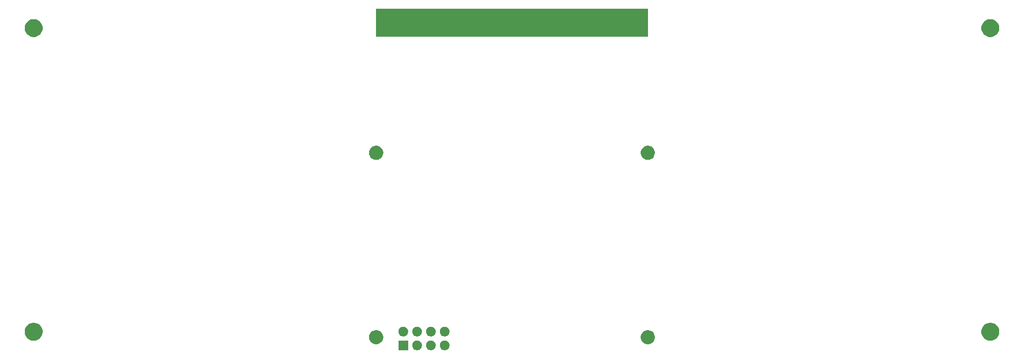
<source format=gbr>
G04 #@! TF.GenerationSoftware,KiCad,Pcbnew,(5.1.5-0-10_14)*
G04 #@! TF.CreationDate,2020-04-22T23:35:31+01:00*
G04 #@! TF.ProjectId,Display,44697370-6c61-4792-9e6b-696361645f70,rev?*
G04 #@! TF.SameCoordinates,Original*
G04 #@! TF.FileFunction,Soldermask,Bot*
G04 #@! TF.FilePolarity,Negative*
%FSLAX46Y46*%
G04 Gerber Fmt 4.6, Leading zero omitted, Abs format (unit mm)*
G04 Created by KiCad (PCBNEW (5.1.5-0-10_14)) date 2020-04-22 23:35:31*
%MOMM*%
%LPD*%
G04 APERTURE LIST*
%ADD10C,0.100000*%
G04 APERTURE END LIST*
D10*
G36*
X107733512Y-89603927D02*
G01*
X107882812Y-89633624D01*
X108046784Y-89701544D01*
X108194354Y-89800147D01*
X108319853Y-89925646D01*
X108418456Y-90073216D01*
X108486376Y-90237188D01*
X108521000Y-90411259D01*
X108521000Y-90588741D01*
X108486376Y-90762812D01*
X108418456Y-90926784D01*
X108319853Y-91074354D01*
X108194354Y-91199853D01*
X108046784Y-91298456D01*
X107882812Y-91366376D01*
X107733512Y-91396073D01*
X107708742Y-91401000D01*
X107531258Y-91401000D01*
X107506488Y-91396073D01*
X107357188Y-91366376D01*
X107193216Y-91298456D01*
X107045646Y-91199853D01*
X106920147Y-91074354D01*
X106821544Y-90926784D01*
X106753624Y-90762812D01*
X106719000Y-90588741D01*
X106719000Y-90411259D01*
X106753624Y-90237188D01*
X106821544Y-90073216D01*
X106920147Y-89925646D01*
X107045646Y-89800147D01*
X107193216Y-89701544D01*
X107357188Y-89633624D01*
X107506488Y-89603927D01*
X107531258Y-89599000D01*
X107708742Y-89599000D01*
X107733512Y-89603927D01*
G37*
G36*
X105193512Y-89603927D02*
G01*
X105342812Y-89633624D01*
X105506784Y-89701544D01*
X105654354Y-89800147D01*
X105779853Y-89925646D01*
X105878456Y-90073216D01*
X105946376Y-90237188D01*
X105981000Y-90411259D01*
X105981000Y-90588741D01*
X105946376Y-90762812D01*
X105878456Y-90926784D01*
X105779853Y-91074354D01*
X105654354Y-91199853D01*
X105506784Y-91298456D01*
X105342812Y-91366376D01*
X105193512Y-91396073D01*
X105168742Y-91401000D01*
X104991258Y-91401000D01*
X104966488Y-91396073D01*
X104817188Y-91366376D01*
X104653216Y-91298456D01*
X104505646Y-91199853D01*
X104380147Y-91074354D01*
X104281544Y-90926784D01*
X104213624Y-90762812D01*
X104179000Y-90588741D01*
X104179000Y-90411259D01*
X104213624Y-90237188D01*
X104281544Y-90073216D01*
X104380147Y-89925646D01*
X104505646Y-89800147D01*
X104653216Y-89701544D01*
X104817188Y-89633624D01*
X104966488Y-89603927D01*
X104991258Y-89599000D01*
X105168742Y-89599000D01*
X105193512Y-89603927D01*
G37*
G36*
X102653512Y-89603927D02*
G01*
X102802812Y-89633624D01*
X102966784Y-89701544D01*
X103114354Y-89800147D01*
X103239853Y-89925646D01*
X103338456Y-90073216D01*
X103406376Y-90237188D01*
X103441000Y-90411259D01*
X103441000Y-90588741D01*
X103406376Y-90762812D01*
X103338456Y-90926784D01*
X103239853Y-91074354D01*
X103114354Y-91199853D01*
X102966784Y-91298456D01*
X102802812Y-91366376D01*
X102653512Y-91396073D01*
X102628742Y-91401000D01*
X102451258Y-91401000D01*
X102426488Y-91396073D01*
X102277188Y-91366376D01*
X102113216Y-91298456D01*
X101965646Y-91199853D01*
X101840147Y-91074354D01*
X101741544Y-90926784D01*
X101673624Y-90762812D01*
X101639000Y-90588741D01*
X101639000Y-90411259D01*
X101673624Y-90237188D01*
X101741544Y-90073216D01*
X101840147Y-89925646D01*
X101965646Y-89800147D01*
X102113216Y-89701544D01*
X102277188Y-89633624D01*
X102426488Y-89603927D01*
X102451258Y-89599000D01*
X102628742Y-89599000D01*
X102653512Y-89603927D01*
G37*
G36*
X100901000Y-91401000D02*
G01*
X99099000Y-91401000D01*
X99099000Y-89599000D01*
X100901000Y-89599000D01*
X100901000Y-91401000D01*
G37*
G36*
X145379487Y-87748996D02*
G01*
X145616253Y-87847068D01*
X145616255Y-87847069D01*
X145652456Y-87871258D01*
X145829339Y-87989447D01*
X146010553Y-88170661D01*
X146152932Y-88383747D01*
X146251004Y-88620513D01*
X146301000Y-88871861D01*
X146301000Y-89128139D01*
X146251004Y-89379487D01*
X146216371Y-89463097D01*
X146152931Y-89616255D01*
X146010553Y-89829339D01*
X145829339Y-90010553D01*
X145616255Y-90152931D01*
X145616254Y-90152932D01*
X145616253Y-90152932D01*
X145379487Y-90251004D01*
X145128139Y-90301000D01*
X144871861Y-90301000D01*
X144620513Y-90251004D01*
X144383747Y-90152932D01*
X144383746Y-90152932D01*
X144383745Y-90152931D01*
X144170661Y-90010553D01*
X143989447Y-89829339D01*
X143847069Y-89616255D01*
X143783629Y-89463097D01*
X143748996Y-89379487D01*
X143699000Y-89128139D01*
X143699000Y-88871861D01*
X143748996Y-88620513D01*
X143847068Y-88383747D01*
X143989447Y-88170661D01*
X144170661Y-87989447D01*
X144347544Y-87871258D01*
X144383745Y-87847069D01*
X144383747Y-87847068D01*
X144620513Y-87748996D01*
X144871861Y-87699000D01*
X145128139Y-87699000D01*
X145379487Y-87748996D01*
G37*
G36*
X95379487Y-87748996D02*
G01*
X95616253Y-87847068D01*
X95616255Y-87847069D01*
X95652456Y-87871258D01*
X95829339Y-87989447D01*
X96010553Y-88170661D01*
X96152932Y-88383747D01*
X96251004Y-88620513D01*
X96301000Y-88871861D01*
X96301000Y-89128139D01*
X96251004Y-89379487D01*
X96216371Y-89463097D01*
X96152931Y-89616255D01*
X96010553Y-89829339D01*
X95829339Y-90010553D01*
X95616255Y-90152931D01*
X95616254Y-90152932D01*
X95616253Y-90152932D01*
X95379487Y-90251004D01*
X95128139Y-90301000D01*
X94871861Y-90301000D01*
X94620513Y-90251004D01*
X94383747Y-90152932D01*
X94383746Y-90152932D01*
X94383745Y-90152931D01*
X94170661Y-90010553D01*
X93989447Y-89829339D01*
X93847069Y-89616255D01*
X93783629Y-89463097D01*
X93748996Y-89379487D01*
X93699000Y-89128139D01*
X93699000Y-88871861D01*
X93748996Y-88620513D01*
X93847068Y-88383747D01*
X93989447Y-88170661D01*
X94170661Y-87989447D01*
X94347544Y-87871258D01*
X94383745Y-87847069D01*
X94383747Y-87847068D01*
X94620513Y-87748996D01*
X94871861Y-87699000D01*
X95128139Y-87699000D01*
X95379487Y-87748996D01*
G37*
G36*
X32375256Y-86391298D02*
G01*
X32481579Y-86412447D01*
X32782042Y-86536903D01*
X33052451Y-86717585D01*
X33282415Y-86947549D01*
X33282416Y-86947551D01*
X33463098Y-87217960D01*
X33587553Y-87518422D01*
X33651000Y-87837389D01*
X33651000Y-88162611D01*
X33639025Y-88222811D01*
X33587553Y-88481579D01*
X33463097Y-88782042D01*
X33282415Y-89052451D01*
X33052451Y-89282415D01*
X32782042Y-89463097D01*
X32481579Y-89587553D01*
X32424031Y-89599000D01*
X32162611Y-89651000D01*
X31837389Y-89651000D01*
X31575969Y-89599000D01*
X31518421Y-89587553D01*
X31217958Y-89463097D01*
X30947549Y-89282415D01*
X30717585Y-89052451D01*
X30536903Y-88782042D01*
X30412447Y-88481579D01*
X30360975Y-88222811D01*
X30349000Y-88162611D01*
X30349000Y-87837389D01*
X30412447Y-87518422D01*
X30536902Y-87217960D01*
X30717584Y-86947551D01*
X30717585Y-86947549D01*
X30947549Y-86717585D01*
X31217958Y-86536903D01*
X31518421Y-86412447D01*
X31624744Y-86391298D01*
X31837389Y-86349000D01*
X32162611Y-86349000D01*
X32375256Y-86391298D01*
G37*
G36*
X208375256Y-86391298D02*
G01*
X208481579Y-86412447D01*
X208782042Y-86536903D01*
X209052451Y-86717585D01*
X209282415Y-86947549D01*
X209282416Y-86947551D01*
X209463098Y-87217960D01*
X209587553Y-87518422D01*
X209651000Y-87837389D01*
X209651000Y-88162611D01*
X209639025Y-88222811D01*
X209587553Y-88481579D01*
X209463097Y-88782042D01*
X209282415Y-89052451D01*
X209052451Y-89282415D01*
X208782042Y-89463097D01*
X208481579Y-89587553D01*
X208424031Y-89599000D01*
X208162611Y-89651000D01*
X207837389Y-89651000D01*
X207575969Y-89599000D01*
X207518421Y-89587553D01*
X207217958Y-89463097D01*
X206947549Y-89282415D01*
X206717585Y-89052451D01*
X206536903Y-88782042D01*
X206412447Y-88481579D01*
X206360975Y-88222811D01*
X206349000Y-88162611D01*
X206349000Y-87837389D01*
X206412447Y-87518422D01*
X206536902Y-87217960D01*
X206717584Y-86947551D01*
X206717585Y-86947549D01*
X206947549Y-86717585D01*
X207217958Y-86536903D01*
X207518421Y-86412447D01*
X207624744Y-86391298D01*
X207837389Y-86349000D01*
X208162611Y-86349000D01*
X208375256Y-86391298D01*
G37*
G36*
X107733512Y-87063927D02*
G01*
X107882812Y-87093624D01*
X108046784Y-87161544D01*
X108194354Y-87260147D01*
X108319853Y-87385646D01*
X108418456Y-87533216D01*
X108486376Y-87697188D01*
X108521000Y-87871259D01*
X108521000Y-88048741D01*
X108486376Y-88222812D01*
X108418456Y-88386784D01*
X108319853Y-88534354D01*
X108194354Y-88659853D01*
X108046784Y-88758456D01*
X107882812Y-88826376D01*
X107733512Y-88856073D01*
X107708742Y-88861000D01*
X107531258Y-88861000D01*
X107506488Y-88856073D01*
X107357188Y-88826376D01*
X107193216Y-88758456D01*
X107045646Y-88659853D01*
X106920147Y-88534354D01*
X106821544Y-88386784D01*
X106753624Y-88222812D01*
X106719000Y-88048741D01*
X106719000Y-87871259D01*
X106753624Y-87697188D01*
X106821544Y-87533216D01*
X106920147Y-87385646D01*
X107045646Y-87260147D01*
X107193216Y-87161544D01*
X107357188Y-87093624D01*
X107506488Y-87063927D01*
X107531258Y-87059000D01*
X107708742Y-87059000D01*
X107733512Y-87063927D01*
G37*
G36*
X100113512Y-87063927D02*
G01*
X100262812Y-87093624D01*
X100426784Y-87161544D01*
X100574354Y-87260147D01*
X100699853Y-87385646D01*
X100798456Y-87533216D01*
X100866376Y-87697188D01*
X100901000Y-87871259D01*
X100901000Y-88048741D01*
X100866376Y-88222812D01*
X100798456Y-88386784D01*
X100699853Y-88534354D01*
X100574354Y-88659853D01*
X100426784Y-88758456D01*
X100262812Y-88826376D01*
X100113512Y-88856073D01*
X100088742Y-88861000D01*
X99911258Y-88861000D01*
X99886488Y-88856073D01*
X99737188Y-88826376D01*
X99573216Y-88758456D01*
X99425646Y-88659853D01*
X99300147Y-88534354D01*
X99201544Y-88386784D01*
X99133624Y-88222812D01*
X99099000Y-88048741D01*
X99099000Y-87871259D01*
X99133624Y-87697188D01*
X99201544Y-87533216D01*
X99300147Y-87385646D01*
X99425646Y-87260147D01*
X99573216Y-87161544D01*
X99737188Y-87093624D01*
X99886488Y-87063927D01*
X99911258Y-87059000D01*
X100088742Y-87059000D01*
X100113512Y-87063927D01*
G37*
G36*
X105193512Y-87063927D02*
G01*
X105342812Y-87093624D01*
X105506784Y-87161544D01*
X105654354Y-87260147D01*
X105779853Y-87385646D01*
X105878456Y-87533216D01*
X105946376Y-87697188D01*
X105981000Y-87871259D01*
X105981000Y-88048741D01*
X105946376Y-88222812D01*
X105878456Y-88386784D01*
X105779853Y-88534354D01*
X105654354Y-88659853D01*
X105506784Y-88758456D01*
X105342812Y-88826376D01*
X105193512Y-88856073D01*
X105168742Y-88861000D01*
X104991258Y-88861000D01*
X104966488Y-88856073D01*
X104817188Y-88826376D01*
X104653216Y-88758456D01*
X104505646Y-88659853D01*
X104380147Y-88534354D01*
X104281544Y-88386784D01*
X104213624Y-88222812D01*
X104179000Y-88048741D01*
X104179000Y-87871259D01*
X104213624Y-87697188D01*
X104281544Y-87533216D01*
X104380147Y-87385646D01*
X104505646Y-87260147D01*
X104653216Y-87161544D01*
X104817188Y-87093624D01*
X104966488Y-87063927D01*
X104991258Y-87059000D01*
X105168742Y-87059000D01*
X105193512Y-87063927D01*
G37*
G36*
X102653512Y-87063927D02*
G01*
X102802812Y-87093624D01*
X102966784Y-87161544D01*
X103114354Y-87260147D01*
X103239853Y-87385646D01*
X103338456Y-87533216D01*
X103406376Y-87697188D01*
X103441000Y-87871259D01*
X103441000Y-88048741D01*
X103406376Y-88222812D01*
X103338456Y-88386784D01*
X103239853Y-88534354D01*
X103114354Y-88659853D01*
X102966784Y-88758456D01*
X102802812Y-88826376D01*
X102653512Y-88856073D01*
X102628742Y-88861000D01*
X102451258Y-88861000D01*
X102426488Y-88856073D01*
X102277188Y-88826376D01*
X102113216Y-88758456D01*
X101965646Y-88659853D01*
X101840147Y-88534354D01*
X101741544Y-88386784D01*
X101673624Y-88222812D01*
X101639000Y-88048741D01*
X101639000Y-87871259D01*
X101673624Y-87697188D01*
X101741544Y-87533216D01*
X101840147Y-87385646D01*
X101965646Y-87260147D01*
X102113216Y-87161544D01*
X102277188Y-87093624D01*
X102426488Y-87063927D01*
X102451258Y-87059000D01*
X102628742Y-87059000D01*
X102653512Y-87063927D01*
G37*
G36*
X95379487Y-53748996D02*
G01*
X95616253Y-53847068D01*
X95616255Y-53847069D01*
X95829339Y-53989447D01*
X96010553Y-54170661D01*
X96152932Y-54383747D01*
X96251004Y-54620513D01*
X96301000Y-54871861D01*
X96301000Y-55128139D01*
X96251004Y-55379487D01*
X96152932Y-55616253D01*
X96152931Y-55616255D01*
X96010553Y-55829339D01*
X95829339Y-56010553D01*
X95616255Y-56152931D01*
X95616254Y-56152932D01*
X95616253Y-56152932D01*
X95379487Y-56251004D01*
X95128139Y-56301000D01*
X94871861Y-56301000D01*
X94620513Y-56251004D01*
X94383747Y-56152932D01*
X94383746Y-56152932D01*
X94383745Y-56152931D01*
X94170661Y-56010553D01*
X93989447Y-55829339D01*
X93847069Y-55616255D01*
X93847068Y-55616253D01*
X93748996Y-55379487D01*
X93699000Y-55128139D01*
X93699000Y-54871861D01*
X93748996Y-54620513D01*
X93847068Y-54383747D01*
X93989447Y-54170661D01*
X94170661Y-53989447D01*
X94383745Y-53847069D01*
X94383747Y-53847068D01*
X94620513Y-53748996D01*
X94871861Y-53699000D01*
X95128139Y-53699000D01*
X95379487Y-53748996D01*
G37*
G36*
X145379487Y-53748996D02*
G01*
X145616253Y-53847068D01*
X145616255Y-53847069D01*
X145829339Y-53989447D01*
X146010553Y-54170661D01*
X146152932Y-54383747D01*
X146251004Y-54620513D01*
X146301000Y-54871861D01*
X146301000Y-55128139D01*
X146251004Y-55379487D01*
X146152932Y-55616253D01*
X146152931Y-55616255D01*
X146010553Y-55829339D01*
X145829339Y-56010553D01*
X145616255Y-56152931D01*
X145616254Y-56152932D01*
X145616253Y-56152932D01*
X145379487Y-56251004D01*
X145128139Y-56301000D01*
X144871861Y-56301000D01*
X144620513Y-56251004D01*
X144383747Y-56152932D01*
X144383746Y-56152932D01*
X144383745Y-56152931D01*
X144170661Y-56010553D01*
X143989447Y-55829339D01*
X143847069Y-55616255D01*
X143847068Y-55616253D01*
X143748996Y-55379487D01*
X143699000Y-55128139D01*
X143699000Y-54871861D01*
X143748996Y-54620513D01*
X143847068Y-54383747D01*
X143989447Y-54170661D01*
X144170661Y-53989447D01*
X144383745Y-53847069D01*
X144383747Y-53847068D01*
X144620513Y-53748996D01*
X144871861Y-53699000D01*
X145128139Y-53699000D01*
X145379487Y-53748996D01*
G37*
G36*
X208375256Y-30391298D02*
G01*
X208481579Y-30412447D01*
X208782042Y-30536903D01*
X209052451Y-30717585D01*
X209282415Y-30947549D01*
X209463097Y-31217958D01*
X209587553Y-31518421D01*
X209651000Y-31837391D01*
X209651000Y-32162609D01*
X209587553Y-32481579D01*
X209463097Y-32782042D01*
X209282415Y-33052451D01*
X209052451Y-33282415D01*
X208782042Y-33463097D01*
X208481579Y-33587553D01*
X208375256Y-33608702D01*
X208162611Y-33651000D01*
X207837389Y-33651000D01*
X207624744Y-33608702D01*
X207518421Y-33587553D01*
X207217958Y-33463097D01*
X206947549Y-33282415D01*
X206717585Y-33052451D01*
X206536903Y-32782042D01*
X206412447Y-32481579D01*
X206349000Y-32162609D01*
X206349000Y-31837391D01*
X206412447Y-31518421D01*
X206536903Y-31217958D01*
X206717585Y-30947549D01*
X206947549Y-30717585D01*
X207217958Y-30536903D01*
X207518421Y-30412447D01*
X207624744Y-30391298D01*
X207837389Y-30349000D01*
X208162611Y-30349000D01*
X208375256Y-30391298D01*
G37*
G36*
X32375256Y-30391298D02*
G01*
X32481579Y-30412447D01*
X32782042Y-30536903D01*
X33052451Y-30717585D01*
X33282415Y-30947549D01*
X33463097Y-31217958D01*
X33587553Y-31518421D01*
X33651000Y-31837391D01*
X33651000Y-32162609D01*
X33587553Y-32481579D01*
X33463097Y-32782042D01*
X33282415Y-33052451D01*
X33052451Y-33282415D01*
X32782042Y-33463097D01*
X32481579Y-33587553D01*
X32375256Y-33608702D01*
X32162611Y-33651000D01*
X31837389Y-33651000D01*
X31624744Y-33608702D01*
X31518421Y-33587553D01*
X31217958Y-33463097D01*
X30947549Y-33282415D01*
X30717585Y-33052451D01*
X30536903Y-32782042D01*
X30412447Y-32481579D01*
X30349000Y-32162609D01*
X30349000Y-31837391D01*
X30412447Y-31518421D01*
X30536903Y-31217958D01*
X30717585Y-30947549D01*
X30947549Y-30717585D01*
X31217958Y-30536903D01*
X31518421Y-30412447D01*
X31624744Y-30391298D01*
X31837389Y-30349000D01*
X32162611Y-30349000D01*
X32375256Y-30391298D01*
G37*
G36*
X145051000Y-33551000D02*
G01*
X94949000Y-33551000D01*
X94949000Y-28449000D01*
X145051000Y-28449000D01*
X145051000Y-33551000D01*
G37*
M02*

</source>
